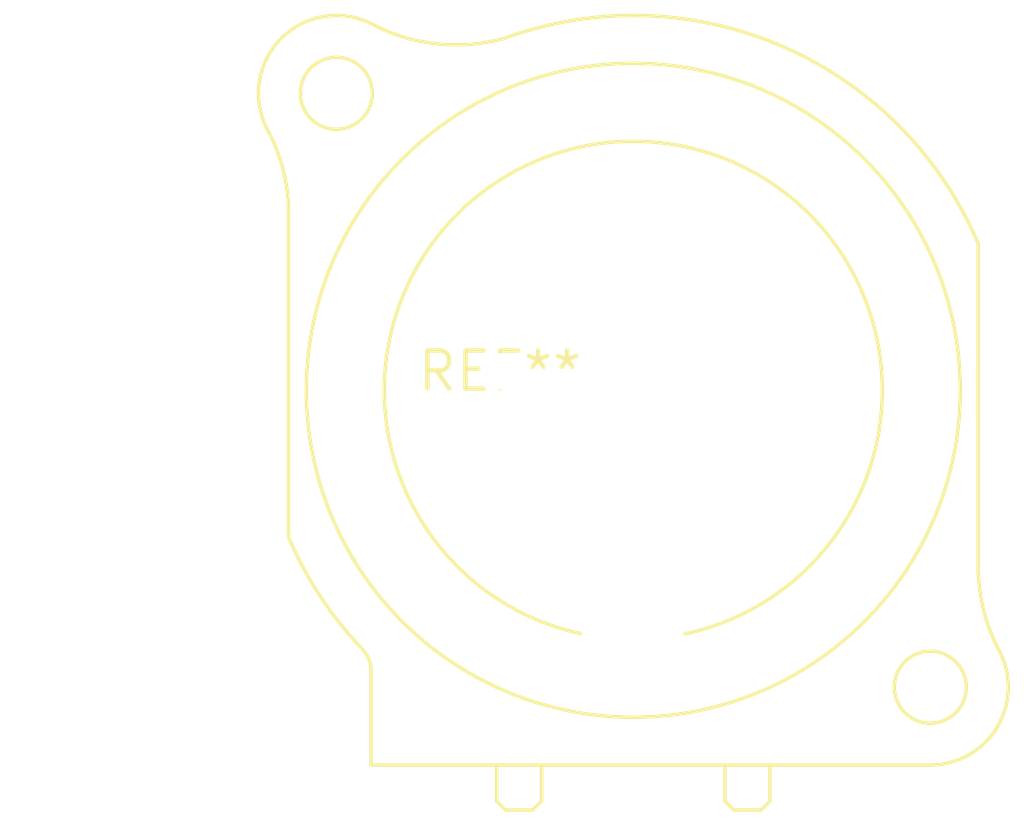
<source format=kicad_pcb>
(kicad_pcb (version 20240108) (generator pcbnew)
  (layers (0 "F.Cu" signal) (31 "B.Cu" signal) (34 "B.Paste" user) (35 "F.Paste" user) (36 "B.SilkS" user "B.Silkscreen") (37 "F.SilkS" user "F.Silkscreen") (38 "B.Mask" user) (39 "F.Mask" user) (44 "Edge.Cuts" user))
  (net 0 "")
  (footprint "Jack_XLR_Neutrik_NC5MBV_Vertical" (layer "F.Cu") (at 0 0)
    (property "Reference" "REF**")
    (property "Value" "Jack_XLR_Neutrik_NC5MBV_Vertical")
    (fp_line (start -7.05 -5.5) (end -7.05 5.53) (layer "F.SilkS") (stroke (width 0.12)))
    (fp_line (start -4.3 9.97) (end -4.3 13.13) (layer "F.SilkS") (stroke (width 0.12)))
    (fp_line (start -0.11 13.13) (end -0.11 14.33) (layer "F.SilkS") (stroke (width 0.12)))
    (fp_line (start -0.11 14.33) (end 0.19 14.63) (layer "F.SilkS") (stroke (width 0.12)))
    (fp_line (start 0.19 14.63) (end 1.09 14.63) (layer "F.SilkS") (stroke (width 0.12)))
    (fp_line (start 1.39 13.13) (end 1.39 14.33) (layer "F.SilkS") (stroke (width 0.12)))
    (fp_line (start 1.39 14.33) (end 1.09 14.63) (layer "F.SilkS") (stroke (width 0.12)))
    (fp_line (start 7.5 13.13) (end 7.5 14.33) (layer "F.SilkS") (stroke (width 0.12)))
    (fp_line (start 7.5 14.33) (end 7.8 14.63) (layer "F.SilkS") (stroke (width 0.12)))
    (fp_line (start 8.7 14.63) (end 7.8 14.63) (layer "F.SilkS") (stroke (width 0.12)))
    (fp_line (start 9 13.13) (end 9 14.33) (layer "F.SilkS") (stroke (width 0.12)))
    (fp_line (start 9 14.33) (end 8.7 14.63) (layer "F.SilkS") (stroke (width 0.12)))
    (fp_line (start 14.34 13.13) (end -4.3 13.13) (layer "F.SilkS") (stroke (width 0.12)))
    (fp_line (start 15.94 6.77) (end 15.94 -4.26) (layer "F.SilkS") (stroke (width 0.12)))
    (fp_arc (start -7.706072 -7.969016) (mid -7.245016 -6.769854) (end -7.05 -5.5) (layer "F.SilkS") (stroke (width 0.12)))
    (fp_arc (start -7.701898 -7.960402) (mid -7.280108 -11.106809) (end -4.13 -11.5) (layer "F.SilkS") (stroke (width 0.12)))
    (fp_arc (start -4.57767 9.277192) (mid -5.983521 7.515552) (end -7.05 5.53) (layer "F.SilkS") (stroke (width 0.12)))
    (fp_arc (start -4.577033 9.279118) (mid -4.371839 9.597822) (end -4.3 9.97) (layer "F.SilkS") (stroke (width 0.12)))
    (fp_arc (start 0.155138 -11.099295) (mid -2.024203 -10.906412) (end -4.13 -11.5) (layer "F.SilkS") (stroke (width 0.12)))
    (fp_arc (start 0.15831 -11.100431) (mid 9.413683 -10.828344) (end 15.94 -4.26) (layer "F.SilkS") (stroke (width 0.12)))
    (fp_arc (start 2.7 8.75) (mid 4.457421 -7.665488) (end 6.165706 8.755186) (layer "F.SilkS") (stroke (width 0.12)))
    (fp_arc (start 15.548589 12.832023) (mid 14.96239 13.054406) (end 14.34 13.13) (layer "F.SilkS") (stroke (width 0.12)))
    (fp_arc (start 16.602795 9.242305) (mid 16.840071 11.256668) (end 15.56 12.83) (layer "F.SilkS") (stroke (width 0.12)))
    (fp_arc (start 16.607596 9.253415) (mid 16.144453 8.047281) (end 15.95 6.77) (layer "F.SilkS") (stroke (width 0.12)))
    (fp_circle (center -5.455 -9.265) (end -4.255 -9.265) (layer "F.SilkS") (stroke (width 0.12)) (fill none))
    (fp_circle (center 4.445 0.635) (end 15.345 0.635) (layer "F.SilkS") (stroke (width 0.12)) (fill none))
    (fp_circle (center 14.345 10.535) (end 15.545 10.535) (layer "F.SilkS") (stroke (width 0.12)) (fill none))
    (pad "1" thru_hole circle (at 0 0) (size 2.9 2.9) (drill 1.2) (layers *.Cu *.Mask) (remove_unused_layers))
    (pad "2" thru_hole circle (at 1.27 3.175) (size 3.4 3.4) (drill 1.6) (layers *.Cu *.Mask) (remove_unused_layers))
    (pad "3" thru_hole circle (at 4.445 5.08) (size 2.9 2.9) (drill 1.2) (layers *.Cu *.Mask) (remove_unused_layers))
    (pad "4" thru_hole circle (at 7.62 3.175) (size 3.4 3.4) (drill 1.6) (layers *.Cu *.Mask) (remove_unused_layers))
    (pad "5" thru_hole circle (at 8.255 -0.635) (size 2.9 2.9) (drill 1.2) (layers *.Cu *.Mask) (remove_unused_layers))
    (pad "G" thru_hole circle (at 4.445 8.89) (size 2.9 2.9) (drill 1.2) (layers *.Cu *.Mask) (remove_unused_layers))
  )
)
</source>
